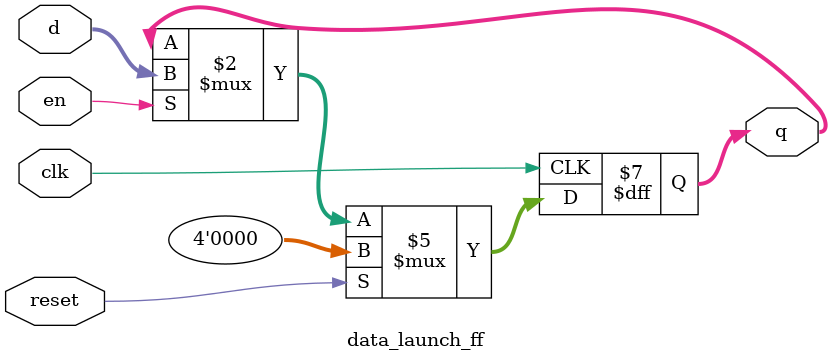
<source format=v>
`timescale 1ns / 1ps


module data_launch_ff(
    input clk, reset,
    input en,
    input [3:0] d,
    output reg [3:0] q
    );
    always @(posedge clk) begin
        if (reset) begin 
            q <= 4'b0;
        end 
        else if (en) begin
            q <= d;
        end 
    end 
endmodule

</source>
